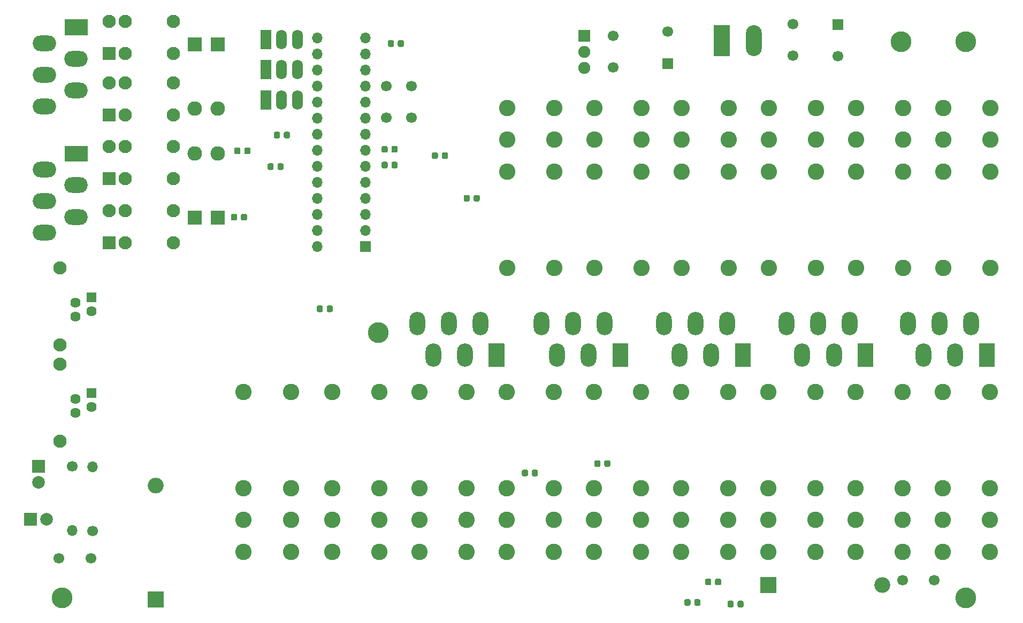
<source format=gts>
%TF.GenerationSoftware,KiCad,Pcbnew,(5.1.6)-1*%
%TF.CreationDate,2021-11-13T13:18:41+01:00*%
%TF.ProjectId,MCP23017 Sensor Board,4d435032-3330-4313-9720-53656e736f72,rev?*%
%TF.SameCoordinates,Original*%
%TF.FileFunction,Soldermask,Top*%
%TF.FilePolarity,Negative*%
%FSLAX46Y46*%
G04 Gerber Fmt 4.6, Leading zero omitted, Abs format (unit mm)*
G04 Created by KiCad (PCBNEW (5.1.6)-1) date 2021-11-13 13:18:41*
%MOMM*%
%LPD*%
G01*
G04 APERTURE LIST*
%ADD10C,3.300000*%
%ADD11C,1.700000*%
%ADD12R,1.700000X1.700000*%
%ADD13O,2.500000X2.500000*%
%ADD14R,2.500000X2.500000*%
%ADD15R,1.620000X1.620000*%
%ADD16C,2.100000*%
%ADD17C,1.620000*%
%ADD18C,2.600000*%
%ADD19O,1.700000X1.700000*%
%ADD20C,2.000000*%
%ADD21R,2.000000X2.000000*%
%ADD22O,1.700000X3.100000*%
%ADD23R,1.700000X3.100000*%
%ADD24C,1.900000*%
%ADD25R,1.900000X1.900000*%
%ADD26O,2.500000X4.900000*%
%ADD27R,2.500000X4.900000*%
%ADD28O,2.500000X3.700000*%
%ADD29C,0.100000*%
%ADD30O,3.700000X2.500000*%
%ADD31R,2.100000X2.100000*%
%ADD32O,2.300000X2.300000*%
%ADD33R,2.300000X2.300000*%
G04 APERTURE END LIST*
%TO.C,R16*%
G36*
G01*
X113450000Y-66468750D02*
X113450000Y-67031250D01*
G75*
G02*
X113206250Y-67275000I-243750J0D01*
G01*
X112718750Y-67275000D01*
G75*
G02*
X112475000Y-67031250I0J243750D01*
G01*
X112475000Y-66468750D01*
G75*
G02*
X112718750Y-66225000I243750J0D01*
G01*
X113206250Y-66225000D01*
G75*
G02*
X113450000Y-66468750I0J-243750D01*
G01*
G37*
G36*
G01*
X115025000Y-66468750D02*
X115025000Y-67031250D01*
G75*
G02*
X114781250Y-67275000I-243750J0D01*
G01*
X114293750Y-67275000D01*
G75*
G02*
X114050000Y-67031250I0J243750D01*
G01*
X114050000Y-66468750D01*
G75*
G02*
X114293750Y-66225000I243750J0D01*
G01*
X114781250Y-66225000D01*
G75*
G02*
X115025000Y-66468750I0J-243750D01*
G01*
G37*
%TD*%
%TO.C,R17*%
G36*
G01*
X107662500Y-74468750D02*
X107662500Y-75031250D01*
G75*
G02*
X107418750Y-75275000I-243750J0D01*
G01*
X106931250Y-75275000D01*
G75*
G02*
X106687500Y-75031250I0J243750D01*
G01*
X106687500Y-74468750D01*
G75*
G02*
X106931250Y-74225000I243750J0D01*
G01*
X107418750Y-74225000D01*
G75*
G02*
X107662500Y-74468750I0J-243750D01*
G01*
G37*
G36*
G01*
X109237500Y-74468750D02*
X109237500Y-75031250D01*
G75*
G02*
X108993750Y-75275000I-243750J0D01*
G01*
X108506250Y-75275000D01*
G75*
G02*
X108262500Y-75031250I0J243750D01*
G01*
X108262500Y-74468750D01*
G75*
G02*
X108506250Y-74225000I243750J0D01*
G01*
X108993750Y-74225000D01*
G75*
G02*
X109237500Y-74468750I0J-243750D01*
G01*
G37*
%TD*%
%TO.C,R13*%
G36*
G01*
X114450000Y-61468750D02*
X114450000Y-62031250D01*
G75*
G02*
X114206250Y-62275000I-243750J0D01*
G01*
X113718750Y-62275000D01*
G75*
G02*
X113475000Y-62031250I0J243750D01*
G01*
X113475000Y-61468750D01*
G75*
G02*
X113718750Y-61225000I243750J0D01*
G01*
X114206250Y-61225000D01*
G75*
G02*
X114450000Y-61468750I0J-243750D01*
G01*
G37*
G36*
G01*
X116025000Y-61468750D02*
X116025000Y-62031250D01*
G75*
G02*
X115781250Y-62275000I-243750J0D01*
G01*
X115293750Y-62275000D01*
G75*
G02*
X115050000Y-62031250I0J243750D01*
G01*
X115050000Y-61468750D01*
G75*
G02*
X115293750Y-61225000I243750J0D01*
G01*
X115781250Y-61225000D01*
G75*
G02*
X116025000Y-61468750I0J-243750D01*
G01*
G37*
%TD*%
%TO.C,R12*%
G36*
G01*
X132087500Y-64281250D02*
X132087500Y-63718750D01*
G75*
G02*
X132331250Y-63475000I243750J0D01*
G01*
X132818750Y-63475000D01*
G75*
G02*
X133062500Y-63718750I0J-243750D01*
G01*
X133062500Y-64281250D01*
G75*
G02*
X132818750Y-64525000I-243750J0D01*
G01*
X132331250Y-64525000D01*
G75*
G02*
X132087500Y-64281250I0J243750D01*
G01*
G37*
G36*
G01*
X130512500Y-64281250D02*
X130512500Y-63718750D01*
G75*
G02*
X130756250Y-63475000I243750J0D01*
G01*
X131243750Y-63475000D01*
G75*
G02*
X131487500Y-63718750I0J-243750D01*
G01*
X131487500Y-64281250D01*
G75*
G02*
X131243750Y-64525000I-243750J0D01*
G01*
X130756250Y-64525000D01*
G75*
G02*
X130512500Y-64281250I0J243750D01*
G01*
G37*
%TD*%
%TO.C,R18*%
G36*
G01*
X154300000Y-115531250D02*
X154300000Y-114968750D01*
G75*
G02*
X154543750Y-114725000I243750J0D01*
G01*
X155031250Y-114725000D01*
G75*
G02*
X155275000Y-114968750I0J-243750D01*
G01*
X155275000Y-115531250D01*
G75*
G02*
X155031250Y-115775000I-243750J0D01*
G01*
X154543750Y-115775000D01*
G75*
G02*
X154300000Y-115531250I0J243750D01*
G01*
G37*
G36*
G01*
X152725000Y-115531250D02*
X152725000Y-114968750D01*
G75*
G02*
X152968750Y-114725000I243750J0D01*
G01*
X153456250Y-114725000D01*
G75*
G02*
X153700000Y-114968750I0J-243750D01*
G01*
X153700000Y-115531250D01*
G75*
G02*
X153456250Y-115775000I-243750J0D01*
G01*
X152968750Y-115775000D01*
G75*
G02*
X152725000Y-115531250I0J243750D01*
G01*
G37*
%TD*%
%TO.C,R7*%
G36*
G01*
X180012500Y-136031250D02*
X180012500Y-135468750D01*
G75*
G02*
X180256250Y-135225000I243750J0D01*
G01*
X180743750Y-135225000D01*
G75*
G02*
X180987500Y-135468750I0J-243750D01*
G01*
X180987500Y-136031250D01*
G75*
G02*
X180743750Y-136275000I-243750J0D01*
G01*
X180256250Y-136275000D01*
G75*
G02*
X180012500Y-136031250I0J243750D01*
G01*
G37*
G36*
G01*
X178437500Y-136031250D02*
X178437500Y-135468750D01*
G75*
G02*
X178681250Y-135225000I243750J0D01*
G01*
X179168750Y-135225000D01*
G75*
G02*
X179412500Y-135468750I0J-243750D01*
G01*
X179412500Y-136031250D01*
G75*
G02*
X179168750Y-136275000I-243750J0D01*
G01*
X178681250Y-136275000D01*
G75*
G02*
X178437500Y-136031250I0J243750D01*
G01*
G37*
%TD*%
%TO.C,R19*%
G36*
G01*
X165762500Y-114031250D02*
X165762500Y-113468750D01*
G75*
G02*
X166006250Y-113225000I243750J0D01*
G01*
X166493750Y-113225000D01*
G75*
G02*
X166737500Y-113468750I0J-243750D01*
G01*
X166737500Y-114031250D01*
G75*
G02*
X166493750Y-114275000I-243750J0D01*
G01*
X166006250Y-114275000D01*
G75*
G02*
X165762500Y-114031250I0J243750D01*
G01*
G37*
G36*
G01*
X164187500Y-114031250D02*
X164187500Y-113468750D01*
G75*
G02*
X164431250Y-113225000I243750J0D01*
G01*
X164918750Y-113225000D01*
G75*
G02*
X165162500Y-113468750I0J-243750D01*
G01*
X165162500Y-114031250D01*
G75*
G02*
X164918750Y-114275000I-243750J0D01*
G01*
X164431250Y-114275000D01*
G75*
G02*
X164187500Y-114031250I0J243750D01*
G01*
G37*
%TD*%
%TO.C,R11*%
G36*
G01*
X132087500Y-66781250D02*
X132087500Y-66218750D01*
G75*
G02*
X132331250Y-65975000I243750J0D01*
G01*
X132818750Y-65975000D01*
G75*
G02*
X133062500Y-66218750I0J-243750D01*
G01*
X133062500Y-66781250D01*
G75*
G02*
X132818750Y-67025000I-243750J0D01*
G01*
X132331250Y-67025000D01*
G75*
G02*
X132087500Y-66781250I0J243750D01*
G01*
G37*
G36*
G01*
X130512500Y-66781250D02*
X130512500Y-66218750D01*
G75*
G02*
X130756250Y-65975000I243750J0D01*
G01*
X131243750Y-65975000D01*
G75*
G02*
X131487500Y-66218750I0J-243750D01*
G01*
X131487500Y-66781250D01*
G75*
G02*
X131243750Y-67025000I-243750J0D01*
G01*
X130756250Y-67025000D01*
G75*
G02*
X130512500Y-66781250I0J243750D01*
G01*
G37*
%TD*%
%TO.C,R2*%
G36*
G01*
X140050000Y-65281250D02*
X140050000Y-64718750D01*
G75*
G02*
X140293750Y-64475000I243750J0D01*
G01*
X140781250Y-64475000D01*
G75*
G02*
X141025000Y-64718750I0J-243750D01*
G01*
X141025000Y-65281250D01*
G75*
G02*
X140781250Y-65525000I-243750J0D01*
G01*
X140293750Y-65525000D01*
G75*
G02*
X140050000Y-65281250I0J243750D01*
G01*
G37*
G36*
G01*
X138475000Y-65281250D02*
X138475000Y-64718750D01*
G75*
G02*
X138718750Y-64475000I243750J0D01*
G01*
X139206250Y-64475000D01*
G75*
G02*
X139450000Y-64718750I0J-243750D01*
G01*
X139450000Y-65281250D01*
G75*
G02*
X139206250Y-65525000I-243750J0D01*
G01*
X138718750Y-65525000D01*
G75*
G02*
X138475000Y-65281250I0J243750D01*
G01*
G37*
%TD*%
%TO.C,R4*%
G36*
G01*
X183300000Y-132781250D02*
X183300000Y-132218750D01*
G75*
G02*
X183543750Y-131975000I243750J0D01*
G01*
X184031250Y-131975000D01*
G75*
G02*
X184275000Y-132218750I0J-243750D01*
G01*
X184275000Y-132781250D01*
G75*
G02*
X184031250Y-133025000I-243750J0D01*
G01*
X183543750Y-133025000D01*
G75*
G02*
X183300000Y-132781250I0J243750D01*
G01*
G37*
G36*
G01*
X181725000Y-132781250D02*
X181725000Y-132218750D01*
G75*
G02*
X181968750Y-131975000I243750J0D01*
G01*
X182456250Y-131975000D01*
G75*
G02*
X182700000Y-132218750I0J-243750D01*
G01*
X182700000Y-132781250D01*
G75*
G02*
X182456250Y-133025000I-243750J0D01*
G01*
X181968750Y-133025000D01*
G75*
G02*
X181725000Y-132781250I0J243750D01*
G01*
G37*
%TD*%
%TO.C,R5*%
G36*
G01*
X186837500Y-136281250D02*
X186837500Y-135718750D01*
G75*
G02*
X187081250Y-135475000I243750J0D01*
G01*
X187568750Y-135475000D01*
G75*
G02*
X187812500Y-135718750I0J-243750D01*
G01*
X187812500Y-136281250D01*
G75*
G02*
X187568750Y-136525000I-243750J0D01*
G01*
X187081250Y-136525000D01*
G75*
G02*
X186837500Y-136281250I0J243750D01*
G01*
G37*
G36*
G01*
X185262500Y-136281250D02*
X185262500Y-135718750D01*
G75*
G02*
X185506250Y-135475000I243750J0D01*
G01*
X185993750Y-135475000D01*
G75*
G02*
X186237500Y-135718750I0J-243750D01*
G01*
X186237500Y-136281250D01*
G75*
G02*
X185993750Y-136525000I-243750J0D01*
G01*
X185506250Y-136525000D01*
G75*
G02*
X185262500Y-136281250I0J243750D01*
G01*
G37*
%TD*%
%TO.C,R24*%
G36*
G01*
X121837500Y-89531250D02*
X121837500Y-88968750D01*
G75*
G02*
X122081250Y-88725000I243750J0D01*
G01*
X122568750Y-88725000D01*
G75*
G02*
X122812500Y-88968750I0J-243750D01*
G01*
X122812500Y-89531250D01*
G75*
G02*
X122568750Y-89775000I-243750J0D01*
G01*
X122081250Y-89775000D01*
G75*
G02*
X121837500Y-89531250I0J243750D01*
G01*
G37*
G36*
G01*
X120262500Y-89531250D02*
X120262500Y-88968750D01*
G75*
G02*
X120506250Y-88725000I243750J0D01*
G01*
X120993750Y-88725000D01*
G75*
G02*
X121237500Y-88968750I0J-243750D01*
G01*
X121237500Y-89531250D01*
G75*
G02*
X120993750Y-89775000I-243750J0D01*
G01*
X120506250Y-89775000D01*
G75*
G02*
X120262500Y-89531250I0J243750D01*
G01*
G37*
%TD*%
%TO.C,R20*%
G36*
G01*
X133087500Y-47531250D02*
X133087500Y-46968750D01*
G75*
G02*
X133331250Y-46725000I243750J0D01*
G01*
X133818750Y-46725000D01*
G75*
G02*
X134062500Y-46968750I0J-243750D01*
G01*
X134062500Y-47531250D01*
G75*
G02*
X133818750Y-47775000I-243750J0D01*
G01*
X133331250Y-47775000D01*
G75*
G02*
X133087500Y-47531250I0J243750D01*
G01*
G37*
G36*
G01*
X131512500Y-47531250D02*
X131512500Y-46968750D01*
G75*
G02*
X131756250Y-46725000I243750J0D01*
G01*
X132243750Y-46725000D01*
G75*
G02*
X132487500Y-46968750I0J-243750D01*
G01*
X132487500Y-47531250D01*
G75*
G02*
X132243750Y-47775000I-243750J0D01*
G01*
X131756250Y-47775000D01*
G75*
G02*
X131512500Y-47531250I0J243750D01*
G01*
G37*
%TD*%
%TO.C,R15*%
G36*
G01*
X108200000Y-63968750D02*
X108200000Y-64531250D01*
G75*
G02*
X107956250Y-64775000I-243750J0D01*
G01*
X107468750Y-64775000D01*
G75*
G02*
X107225000Y-64531250I0J243750D01*
G01*
X107225000Y-63968750D01*
G75*
G02*
X107468750Y-63725000I243750J0D01*
G01*
X107956250Y-63725000D01*
G75*
G02*
X108200000Y-63968750I0J-243750D01*
G01*
G37*
G36*
G01*
X109775000Y-63968750D02*
X109775000Y-64531250D01*
G75*
G02*
X109531250Y-64775000I-243750J0D01*
G01*
X109043750Y-64775000D01*
G75*
G02*
X108800000Y-64531250I0J243750D01*
G01*
X108800000Y-63968750D01*
G75*
G02*
X109043750Y-63725000I243750J0D01*
G01*
X109531250Y-63725000D01*
G75*
G02*
X109775000Y-63968750I0J-243750D01*
G01*
G37*
%TD*%
%TO.C,R10*%
G36*
G01*
X145087500Y-72031250D02*
X145087500Y-71468750D01*
G75*
G02*
X145331250Y-71225000I243750J0D01*
G01*
X145818750Y-71225000D01*
G75*
G02*
X146062500Y-71468750I0J-243750D01*
G01*
X146062500Y-72031250D01*
G75*
G02*
X145818750Y-72275000I-243750J0D01*
G01*
X145331250Y-72275000D01*
G75*
G02*
X145087500Y-72031250I0J243750D01*
G01*
G37*
G36*
G01*
X143512500Y-72031250D02*
X143512500Y-71468750D01*
G75*
G02*
X143756250Y-71225000I243750J0D01*
G01*
X144243750Y-71225000D01*
G75*
G02*
X144487500Y-71468750I0J-243750D01*
G01*
X144487500Y-72031250D01*
G75*
G02*
X144243750Y-72275000I-243750J0D01*
G01*
X143756250Y-72275000D01*
G75*
G02*
X143512500Y-72031250I0J243750D01*
G01*
G37*
%TD*%
D10*
%TO.C,H5*%
X212750000Y-47000000D03*
%TD*%
D11*
%TO.C,C10*%
X202750000Y-49250000D03*
D12*
X202750000Y-44250000D03*
%TD*%
D11*
%TO.C,C9*%
X213000000Y-132250000D03*
X218000000Y-132250000D03*
%TD*%
D13*
%TO.C,C8*%
X209750000Y-133000000D03*
D14*
X191750000Y-133000000D03*
%TD*%
D11*
%TO.C,C7*%
X79500000Y-128750000D03*
X84500000Y-128750000D03*
%TD*%
D13*
%TO.C,C6*%
X94750000Y-117250000D03*
D14*
X94750000Y-135250000D03*
%TD*%
D11*
%TO.C,C3*%
X131250000Y-54000000D03*
X131250000Y-59000000D03*
%TD*%
D10*
%TO.C,H4*%
X80000000Y-135000000D03*
%TD*%
%TO.C,H3*%
X223000000Y-135000000D03*
%TD*%
%TO.C,H2*%
X130000000Y-93000000D03*
%TD*%
%TO.C,H1*%
X223000000Y-47000000D03*
%TD*%
D15*
%TO.C,J10*%
X84600000Y-87400000D03*
D16*
X79600000Y-82800000D03*
D17*
X82060000Y-88300000D03*
X84600000Y-89600000D03*
X82060000Y-90500000D03*
D16*
X79600000Y-95000000D03*
%TD*%
D18*
%TO.C,R3*%
X108700000Y-127740000D03*
X116200000Y-127740000D03*
X108700000Y-122700000D03*
X116200000Y-122700000D03*
X108700000Y-117660000D03*
X116200000Y-117660000D03*
X108700000Y-102400000D03*
X116200000Y-102400000D03*
%TD*%
%TO.C,R9*%
X122700000Y-127740000D03*
X130200000Y-127740000D03*
X122700000Y-122700000D03*
X130200000Y-122700000D03*
X122700000Y-117660000D03*
X130200000Y-117660000D03*
X122700000Y-102400000D03*
X130200000Y-102400000D03*
%TD*%
D19*
%TO.C,U1*%
X120380000Y-79400000D03*
X128000000Y-46380000D03*
X120380000Y-76860000D03*
X128000000Y-48920000D03*
X120380000Y-74320000D03*
X128000000Y-51460000D03*
X120380000Y-71780000D03*
X128000000Y-54000000D03*
X120380000Y-69240000D03*
X128000000Y-56540000D03*
X120380000Y-66700000D03*
X128000000Y-59080000D03*
X120380000Y-64160000D03*
X128000000Y-61620000D03*
X120380000Y-61620000D03*
X128000000Y-64160000D03*
X120380000Y-59080000D03*
X128000000Y-66700000D03*
X120380000Y-56540000D03*
X128000000Y-69240000D03*
X120380000Y-54000000D03*
X128000000Y-71780000D03*
X120380000Y-51460000D03*
X128000000Y-74320000D03*
X120380000Y-48920000D03*
X128000000Y-76860000D03*
X120380000Y-46380000D03*
D12*
X128000000Y-79400000D03*
%TD*%
D19*
%TO.C,R8*%
X81600000Y-124360000D03*
D11*
X81600000Y-114200000D03*
%TD*%
D15*
%TO.C,J4*%
X84600000Y-102600000D03*
D16*
X79600000Y-98000000D03*
D17*
X82060000Y-103500000D03*
X84600000Y-104800000D03*
X82060000Y-105700000D03*
D16*
X79600000Y-110200000D03*
%TD*%
D20*
%TO.C,D6*%
X77500000Y-122600000D03*
D21*
X75000000Y-122600000D03*
%TD*%
D20*
%TO.C,D1*%
X76200000Y-116700000D03*
D21*
X76200000Y-114200000D03*
%TD*%
D11*
%TO.C,C2*%
X135250000Y-54000000D03*
X135250000Y-59000000D03*
%TD*%
D22*
%TO.C,JP1*%
X117200000Y-56200000D03*
X114700000Y-56200000D03*
D23*
X112200000Y-56200000D03*
%TD*%
D22*
%TO.C,JP3*%
X117200000Y-46600000D03*
X114700000Y-46600000D03*
D23*
X112200000Y-46600000D03*
%TD*%
D22*
%TO.C,JP2*%
X117200000Y-51400000D03*
X114700000Y-51400000D03*
D23*
X112200000Y-51400000D03*
%TD*%
D24*
%TO.C,U2*%
X162600000Y-51080000D03*
X162600000Y-48540000D03*
D25*
X162600000Y-46000000D03*
%TD*%
D26*
%TO.C,J1*%
X189480000Y-46800000D03*
D27*
X184400000Y-46800000D03*
%TD*%
D11*
%TO.C,C5*%
X167200000Y-46000000D03*
X167200000Y-51000000D03*
%TD*%
%TO.C,C4*%
X175800000Y-45400000D03*
D12*
X175800000Y-50400000D03*
%TD*%
D18*
%TO.C,R36*%
X226900000Y-57460000D03*
X219400000Y-57460000D03*
X226900000Y-62500000D03*
X219400000Y-62500000D03*
X226900000Y-67540000D03*
X219400000Y-67540000D03*
X226900000Y-82800000D03*
X219400000Y-82800000D03*
%TD*%
%TO.C,R35*%
X219300000Y-127740000D03*
X226800000Y-127740000D03*
X219300000Y-122700000D03*
X226800000Y-122700000D03*
X219300000Y-117660000D03*
X226800000Y-117660000D03*
X219300000Y-102400000D03*
X226800000Y-102400000D03*
%TD*%
%TO.C,R34*%
X171700000Y-57460000D03*
X164200000Y-57460000D03*
X171700000Y-62500000D03*
X164200000Y-62500000D03*
X171700000Y-67540000D03*
X164200000Y-67540000D03*
X171700000Y-82800000D03*
X164200000Y-82800000D03*
%TD*%
%TO.C,R32*%
X213100000Y-57460000D03*
X205600000Y-57460000D03*
X213100000Y-62500000D03*
X205600000Y-62500000D03*
X213100000Y-67540000D03*
X205600000Y-67540000D03*
X213100000Y-82800000D03*
X205600000Y-82800000D03*
%TD*%
%TO.C,R31*%
X205500000Y-127740000D03*
X213000000Y-127740000D03*
X205500000Y-122700000D03*
X213000000Y-122700000D03*
X205500000Y-117660000D03*
X213000000Y-117660000D03*
X205500000Y-102400000D03*
X213000000Y-102400000D03*
%TD*%
%TO.C,R30*%
X157900000Y-57460000D03*
X150400000Y-57460000D03*
X157900000Y-62500000D03*
X150400000Y-62500000D03*
X157900000Y-67540000D03*
X150400000Y-67540000D03*
X157900000Y-82800000D03*
X150400000Y-82800000D03*
%TD*%
%TO.C,R28*%
X199300000Y-57460000D03*
X191800000Y-57460000D03*
X199300000Y-62500000D03*
X191800000Y-62500000D03*
X199300000Y-67540000D03*
X191800000Y-67540000D03*
X199300000Y-82800000D03*
X191800000Y-82800000D03*
%TD*%
%TO.C,R27*%
X191700000Y-127740000D03*
X199200000Y-127740000D03*
X191700000Y-122700000D03*
X199200000Y-122700000D03*
X191700000Y-117660000D03*
X199200000Y-117660000D03*
X191700000Y-102400000D03*
X199200000Y-102400000D03*
%TD*%
%TO.C,R26*%
X177900000Y-127740000D03*
X185400000Y-127740000D03*
X177900000Y-122700000D03*
X185400000Y-122700000D03*
X177900000Y-117660000D03*
X185400000Y-117660000D03*
X177900000Y-102400000D03*
X185400000Y-102400000D03*
%TD*%
%TO.C,R22*%
X164100000Y-127740000D03*
X171600000Y-127740000D03*
X164100000Y-122700000D03*
X171600000Y-122700000D03*
X164100000Y-117660000D03*
X171600000Y-117660000D03*
X164100000Y-102400000D03*
X171600000Y-102400000D03*
%TD*%
D28*
%TO.C,J9*%
X223800000Y-91600000D03*
D29*
G36*
X225090245Y-98449039D02*
G01*
X225080866Y-98446194D01*
X225072221Y-98441573D01*
X225064645Y-98435355D01*
X225058427Y-98427779D01*
X225053806Y-98419134D01*
X225050961Y-98409755D01*
X225050000Y-98400000D01*
X225050000Y-94800000D01*
X225050961Y-94790245D01*
X225053806Y-94780866D01*
X225058427Y-94772221D01*
X225064645Y-94764645D01*
X225072221Y-94758427D01*
X225080866Y-94753806D01*
X225090245Y-94750961D01*
X225100000Y-94750000D01*
X227500000Y-94750000D01*
X227509755Y-94750961D01*
X227519134Y-94753806D01*
X227527779Y-94758427D01*
X227535355Y-94764645D01*
X227541573Y-94772221D01*
X227546194Y-94780866D01*
X227549039Y-94790245D01*
X227550000Y-94800000D01*
X227550000Y-98400000D01*
X227549039Y-98409755D01*
X227546194Y-98419134D01*
X227541573Y-98427779D01*
X227535355Y-98435355D01*
X227527779Y-98441573D01*
X227519134Y-98446194D01*
X227509755Y-98449039D01*
X227500000Y-98450000D01*
X225100000Y-98450000D01*
X225090245Y-98449039D01*
G37*
D28*
X221300000Y-96600000D03*
X218800000Y-91600000D03*
X216300000Y-96600000D03*
X213800000Y-91600000D03*
%TD*%
%TO.C,J8*%
X204600000Y-91600000D03*
D29*
G36*
X205890245Y-98449039D02*
G01*
X205880866Y-98446194D01*
X205872221Y-98441573D01*
X205864645Y-98435355D01*
X205858427Y-98427779D01*
X205853806Y-98419134D01*
X205850961Y-98409755D01*
X205850000Y-98400000D01*
X205850000Y-94800000D01*
X205850961Y-94790245D01*
X205853806Y-94780866D01*
X205858427Y-94772221D01*
X205864645Y-94764645D01*
X205872221Y-94758427D01*
X205880866Y-94753806D01*
X205890245Y-94750961D01*
X205900000Y-94750000D01*
X208300000Y-94750000D01*
X208309755Y-94750961D01*
X208319134Y-94753806D01*
X208327779Y-94758427D01*
X208335355Y-94764645D01*
X208341573Y-94772221D01*
X208346194Y-94780866D01*
X208349039Y-94790245D01*
X208350000Y-94800000D01*
X208350000Y-98400000D01*
X208349039Y-98409755D01*
X208346194Y-98419134D01*
X208341573Y-98427779D01*
X208335355Y-98435355D01*
X208327779Y-98441573D01*
X208319134Y-98446194D01*
X208309755Y-98449039D01*
X208300000Y-98450000D01*
X205900000Y-98450000D01*
X205890245Y-98449039D01*
G37*
D28*
X202100000Y-96600000D03*
X199600000Y-91600000D03*
X197100000Y-96600000D03*
X194600000Y-91600000D03*
%TD*%
%TO.C,J7*%
X185200000Y-91600000D03*
D29*
G36*
X186490245Y-98449039D02*
G01*
X186480866Y-98446194D01*
X186472221Y-98441573D01*
X186464645Y-98435355D01*
X186458427Y-98427779D01*
X186453806Y-98419134D01*
X186450961Y-98409755D01*
X186450000Y-98400000D01*
X186450000Y-94800000D01*
X186450961Y-94790245D01*
X186453806Y-94780866D01*
X186458427Y-94772221D01*
X186464645Y-94764645D01*
X186472221Y-94758427D01*
X186480866Y-94753806D01*
X186490245Y-94750961D01*
X186500000Y-94750000D01*
X188900000Y-94750000D01*
X188909755Y-94750961D01*
X188919134Y-94753806D01*
X188927779Y-94758427D01*
X188935355Y-94764645D01*
X188941573Y-94772221D01*
X188946194Y-94780866D01*
X188949039Y-94790245D01*
X188950000Y-94800000D01*
X188950000Y-98400000D01*
X188949039Y-98409755D01*
X188946194Y-98419134D01*
X188941573Y-98427779D01*
X188935355Y-98435355D01*
X188927779Y-98441573D01*
X188919134Y-98446194D01*
X188909755Y-98449039D01*
X188900000Y-98450000D01*
X186500000Y-98450000D01*
X186490245Y-98449039D01*
G37*
D28*
X182700000Y-96600000D03*
X180200000Y-91600000D03*
X177700000Y-96600000D03*
X175200000Y-91600000D03*
%TD*%
%TO.C,J6*%
X165800000Y-91600000D03*
D29*
G36*
X167090245Y-98449039D02*
G01*
X167080866Y-98446194D01*
X167072221Y-98441573D01*
X167064645Y-98435355D01*
X167058427Y-98427779D01*
X167053806Y-98419134D01*
X167050961Y-98409755D01*
X167050000Y-98400000D01*
X167050000Y-94800000D01*
X167050961Y-94790245D01*
X167053806Y-94780866D01*
X167058427Y-94772221D01*
X167064645Y-94764645D01*
X167072221Y-94758427D01*
X167080866Y-94753806D01*
X167090245Y-94750961D01*
X167100000Y-94750000D01*
X169500000Y-94750000D01*
X169509755Y-94750961D01*
X169519134Y-94753806D01*
X169527779Y-94758427D01*
X169535355Y-94764645D01*
X169541573Y-94772221D01*
X169546194Y-94780866D01*
X169549039Y-94790245D01*
X169550000Y-94800000D01*
X169550000Y-98400000D01*
X169549039Y-98409755D01*
X169546194Y-98419134D01*
X169541573Y-98427779D01*
X169535355Y-98435355D01*
X169527779Y-98441573D01*
X169519134Y-98446194D01*
X169509755Y-98449039D01*
X169500000Y-98450000D01*
X167100000Y-98450000D01*
X167090245Y-98449039D01*
G37*
D28*
X163300000Y-96600000D03*
X160800000Y-91600000D03*
X158300000Y-96600000D03*
X155800000Y-91600000D03*
%TD*%
D30*
%TO.C,J3*%
X77200000Y-67200000D03*
D29*
G36*
X84049039Y-65909755D02*
G01*
X84046194Y-65919134D01*
X84041573Y-65927779D01*
X84035355Y-65935355D01*
X84027779Y-65941573D01*
X84019134Y-65946194D01*
X84009755Y-65949039D01*
X84000000Y-65950000D01*
X80400000Y-65950000D01*
X80390245Y-65949039D01*
X80380866Y-65946194D01*
X80372221Y-65941573D01*
X80364645Y-65935355D01*
X80358427Y-65927779D01*
X80353806Y-65919134D01*
X80350961Y-65909755D01*
X80350000Y-65900000D01*
X80350000Y-63500000D01*
X80350961Y-63490245D01*
X80353806Y-63480866D01*
X80358427Y-63472221D01*
X80364645Y-63464645D01*
X80372221Y-63458427D01*
X80380866Y-63453806D01*
X80390245Y-63450961D01*
X80400000Y-63450000D01*
X84000000Y-63450000D01*
X84009755Y-63450961D01*
X84019134Y-63453806D01*
X84027779Y-63458427D01*
X84035355Y-63464645D01*
X84041573Y-63472221D01*
X84046194Y-63480866D01*
X84049039Y-63490245D01*
X84050000Y-63500000D01*
X84050000Y-65900000D01*
X84049039Y-65909755D01*
G37*
D30*
X82200000Y-69700000D03*
X77200000Y-72200000D03*
X82200000Y-74700000D03*
X77200000Y-77200000D03*
%TD*%
%TO.C,J2*%
X77200000Y-47200000D03*
D29*
G36*
X84049039Y-45909755D02*
G01*
X84046194Y-45919134D01*
X84041573Y-45927779D01*
X84035355Y-45935355D01*
X84027779Y-45941573D01*
X84019134Y-45946194D01*
X84009755Y-45949039D01*
X84000000Y-45950000D01*
X80400000Y-45950000D01*
X80390245Y-45949039D01*
X80380866Y-45946194D01*
X80372221Y-45941573D01*
X80364645Y-45935355D01*
X80358427Y-45927779D01*
X80353806Y-45919134D01*
X80350961Y-45909755D01*
X80350000Y-45900000D01*
X80350000Y-43500000D01*
X80350961Y-43490245D01*
X80353806Y-43480866D01*
X80358427Y-43472221D01*
X80364645Y-43464645D01*
X80372221Y-43458427D01*
X80380866Y-43453806D01*
X80390245Y-43450961D01*
X80400000Y-43450000D01*
X84000000Y-43450000D01*
X84009755Y-43450961D01*
X84019134Y-43453806D01*
X84027779Y-43458427D01*
X84035355Y-43464645D01*
X84041573Y-43472221D01*
X84046194Y-43480866D01*
X84049039Y-43490245D01*
X84050000Y-43500000D01*
X84050000Y-45900000D01*
X84049039Y-45909755D01*
G37*
D30*
X82200000Y-49700000D03*
X77200000Y-52200000D03*
X82200000Y-54700000D03*
X77200000Y-57200000D03*
%TD*%
D28*
%TO.C,J5*%
X146200000Y-91600000D03*
D29*
G36*
X147490245Y-98449039D02*
G01*
X147480866Y-98446194D01*
X147472221Y-98441573D01*
X147464645Y-98435355D01*
X147458427Y-98427779D01*
X147453806Y-98419134D01*
X147450961Y-98409755D01*
X147450000Y-98400000D01*
X147450000Y-94800000D01*
X147450961Y-94790245D01*
X147453806Y-94780866D01*
X147458427Y-94772221D01*
X147464645Y-94764645D01*
X147472221Y-94758427D01*
X147480866Y-94753806D01*
X147490245Y-94750961D01*
X147500000Y-94750000D01*
X149900000Y-94750000D01*
X149909755Y-94750961D01*
X149919134Y-94753806D01*
X149927779Y-94758427D01*
X149935355Y-94764645D01*
X149941573Y-94772221D01*
X149946194Y-94780866D01*
X149949039Y-94790245D01*
X149950000Y-94800000D01*
X149950000Y-98400000D01*
X149949039Y-98409755D01*
X149946194Y-98419134D01*
X149941573Y-98427779D01*
X149935355Y-98435355D01*
X149927779Y-98441573D01*
X149919134Y-98446194D01*
X149909755Y-98449039D01*
X149900000Y-98450000D01*
X147500000Y-98450000D01*
X147490245Y-98449039D01*
G37*
D28*
X143700000Y-96600000D03*
X141200000Y-91600000D03*
X138700000Y-96600000D03*
X136200000Y-91600000D03*
%TD*%
D16*
%TO.C,R33*%
X97560000Y-78800000D03*
X97560000Y-73720000D03*
X89940000Y-78800000D03*
D31*
X87400000Y-78800000D03*
D16*
X89940000Y-73720000D03*
X87400000Y-73720000D03*
%TD*%
%TO.C,R14*%
X97560000Y-58600000D03*
X97560000Y-53520000D03*
X89940000Y-58600000D03*
D31*
X87400000Y-58600000D03*
D16*
X89940000Y-53520000D03*
X87400000Y-53520000D03*
%TD*%
D18*
%TO.C,R29*%
X150300000Y-127740000D03*
X157800000Y-127740000D03*
X150300000Y-122700000D03*
X157800000Y-122700000D03*
X150300000Y-117660000D03*
X157800000Y-117660000D03*
X150300000Y-102400000D03*
X157800000Y-102400000D03*
%TD*%
D16*
%TO.C,R25*%
X97560000Y-68600000D03*
X97560000Y-63520000D03*
X89940000Y-68600000D03*
D31*
X87400000Y-68600000D03*
D16*
X89940000Y-63520000D03*
X87400000Y-63520000D03*
%TD*%
%TO.C,R6*%
X97560000Y-48800000D03*
X97560000Y-43720000D03*
X89940000Y-48800000D03*
D31*
X87400000Y-48800000D03*
D16*
X89940000Y-43720000D03*
X87400000Y-43720000D03*
%TD*%
D18*
%TO.C,R23*%
X185500000Y-57460000D03*
X178000000Y-57460000D03*
X185500000Y-62500000D03*
X178000000Y-62500000D03*
X185500000Y-67540000D03*
X178000000Y-67540000D03*
X185500000Y-82800000D03*
X178000000Y-82800000D03*
%TD*%
%TO.C,R21*%
X136500000Y-127740000D03*
X144000000Y-127740000D03*
X136500000Y-122700000D03*
X144000000Y-122700000D03*
X136500000Y-117660000D03*
X144000000Y-117660000D03*
X136500000Y-102400000D03*
X144000000Y-102400000D03*
%TD*%
D19*
%TO.C,R1*%
X84800000Y-114240000D03*
D11*
X84800000Y-124400000D03*
%TD*%
D32*
%TO.C,D21*%
X104600000Y-64640000D03*
D33*
X104600000Y-74800000D03*
%TD*%
D32*
%TO.C,D10*%
X104600000Y-57560000D03*
D33*
X104600000Y-47400000D03*
%TD*%
D32*
%TO.C,D20*%
X101000000Y-64640000D03*
D33*
X101000000Y-74800000D03*
%TD*%
D32*
%TO.C,D4*%
X101000000Y-57560000D03*
D33*
X101000000Y-47400000D03*
%TD*%
D11*
%TO.C,C1*%
X195600000Y-49200000D03*
X195600000Y-44200000D03*
%TD*%
M02*

</source>
